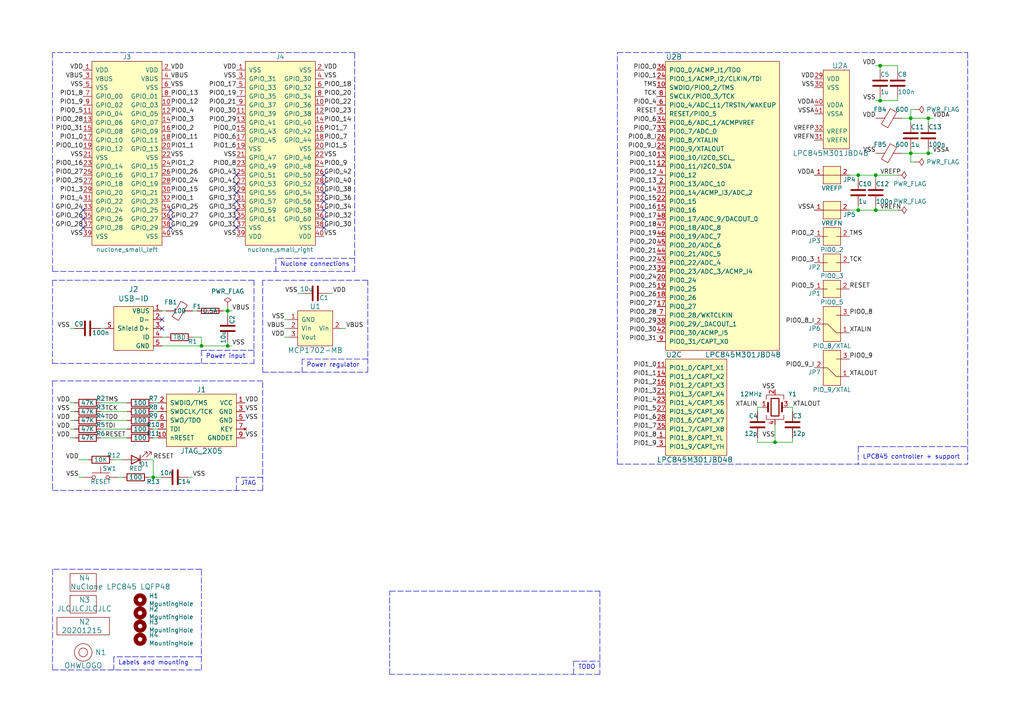
<source format=kicad_sch>
(kicad_sch (version 20211123) (generator eeschema)
  (paper "A4")
  (lib_symbols
    (symbol "Device:C" (pin_numbers hide) (pin_names (offset 0.254))
      (property "Reference" "C" (at 0.635 2.54 0))
      (property "Value" "C" (at 0.635 -2.54 0))
      (symbol "C_0_1"
        (polyline (pts (xy -2.032 -0.762) (xy 2.032 -0.762)) (stroke (width 0.508)))
        (polyline (pts (xy -2.032 0.762) (xy 2.032 0.762)) (stroke (width 0.508)))
      )
      (symbol "C_1_1"
        (pin passive line (at 0 3.81 270) (length 2.794) (name "~") (number "1"))
        (pin passive line (at 0 -3.81 90) (length 2.794) (name "~") (number "2"))
      )
    )
    (symbol "Device:Crystal_GND24" (pin_names (offset 1.016) hide)
      (property "Reference" "Y" (at 3.175 5.08 0))
      (property "Value" "Crystal_GND24" (at 3.175 3.175 0))
      (symbol "Crystal_GND24_0_1"
        (rectangle (start -1.143 2.54) (end 1.143 -2.54) (stroke (width 0.3048)))
        (polyline (pts (xy -2.54 0) (xy -2.032 0)))
        (polyline (pts (xy -2.032 -1.27) (xy -2.032 1.27)) (stroke (width 0.508)))
        (polyline (pts (xy 0 -3.81) (xy 0 -3.556)))
        (polyline (pts (xy 0 3.556) (xy 0 3.81)))
        (polyline (pts (xy 2.032 -1.27) (xy 2.032 1.27)) (stroke (width 0.508)))
        (polyline (pts (xy 2.032 0) (xy 2.54 0)))
        (polyline (pts (xy -2.54 -2.286) (xy -2.54 -3.556) (xy 2.54 -3.556) (xy 2.54 -2.286)))
        (polyline (pts (xy -2.54 2.286) (xy -2.54 3.556) (xy 2.54 3.556) (xy 2.54 2.286)))
      )
      (symbol "Crystal_GND24_1_1"
        (pin passive line (at -3.81 0 0) (length 1.27) (name "1") (number "1"))
        (pin passive line (at 0 5.08 270) (length 1.27) (name "2") (number "2"))
        (pin passive line (at 3.81 0 180) (length 1.27) (name "3") (number "3"))
        (pin passive line (at 0 -5.08 90) (length 1.27) (name "4") (number "4"))
      )
    )
    (symbol "Device:FerriteBead" (pin_numbers hide) (pin_names (offset 0))
      (property "Reference" "FB" (at -3.81 0.635 90))
      (property "Value" "FerriteBead" (at 3.81 0 90))
      (symbol "FerriteBead_0_1"
        (polyline (pts (xy 0 -1.27) (xy 0 -1.2192)))
        (polyline (pts (xy 0 1.27) (xy 0 1.2954)))
        (polyline (pts (xy -2.7686 0.4064) (xy -1.7018 2.2606) (xy 2.7686 -0.3048) (xy 1.6764 -2.159) (xy -2.7686 0.4064)))
      )
      (symbol "FerriteBead_1_1"
        (pin passive line (at 0 3.81 270) (length 2.54) (name "~") (number "1"))
        (pin passive line (at 0 -3.81 90) (length 2.54) (name "~") (number "2"))
      )
    )
    (symbol "Device:Fuse" (pin_numbers hide) (pin_names (offset 0))
      (property "Reference" "F" (at 2.032 0 90))
      (property "Value" "Fuse" (at -1.905 0 90))
      (symbol "Fuse_0_1"
        (rectangle (start -0.762 -2.54) (end 0.762 2.54) (stroke (width 0.254)))
        (polyline (pts (xy 0 2.54) (xy 0 -2.54)))
      )
      (symbol "Fuse_1_1"
        (pin passive line (at 0 3.81 270) (length 1.27) (name "~") (number "1"))
        (pin passive line (at 0 -3.81 90) (length 1.27) (name "~") (number "2"))
      )
    )
    (symbol "Device:LED" (pin_numbers hide) (pin_names (offset 1.016) hide)
      (property "Reference" "D" (at 0 2.54 0))
      (property "Value" "LED" (at 0 -2.54 0))
      (symbol "LED_0_1"
        (polyline (pts (xy -1.27 -1.27) (xy -1.27 1.27)) (stroke (width 0.254)))
        (polyline (pts (xy -1.27 0) (xy 1.27 0)))
        (polyline (pts (xy 1.27 -1.27) (xy 1.27 1.27) (xy -1.27 0) (xy 1.27 -1.27)) (stroke (width 0.254)))
        (polyline (pts (xy -3.048 -0.762) (xy -4.572 -2.286) (xy -3.81 -2.286) (xy -4.572 -2.286) (xy -4.572 -1.524)))
        (polyline (pts (xy -1.778 -0.762) (xy -3.302 -2.286) (xy -2.54 -2.286) (xy -3.302 -2.286) (xy -3.302 -1.524)))
      )
      (symbol "LED_1_1"
        (pin passive line (at -3.81 0 0) (length 2.54) (name "K") (number "1"))
        (pin passive line (at 3.81 0 180) (length 2.54) (name "A") (number "2"))
      )
    )
    (symbol "Device:R" (pin_numbers hide) (pin_names (offset 0))
      (property "Reference" "R" (at 2.032 0 90))
      (property "Value" "R" (at 0 0 90))
      (symbol "R_0_1"
        (rectangle (start -1.016 -2.54) (end 1.016 2.54) (stroke (width 0.254)))
      )
      (symbol "R_1_1"
        (pin passive line (at 0 3.81 270) (length 1.27) (name "~") (number "1"))
        (pin passive line (at 0 -3.81 90) (length 1.27) (name "~") (number "2"))
      )
    )
    (symbol "Mechanical:MountingHole" (pin_names (offset 1.016))
      (property "Reference" "H" (at 0 5.08 0))
      (property "Value" "MountingHole" (at 0 3.175 0))
      (symbol "MountingHole_0_1"
        (circle (center 0 0) (radius 1.27) (stroke (width 1.27)))
      )
    )
    (symbol "SquantorConnectorsNamed:JTAG_2X05_IN" (pin_names (offset 1.016))
      (property "Reference" "J" (at 0 8.89 0))
      (property "Value" "JTAG_2X05_IN" (at 0 -8.89 0))
      (symbol "JTAG_2X05_IN_0_1"
        (rectangle (start -10.16 7.62) (end 10.16 -7.62) (fill (type background)))
      )
      (symbol "JTAG_2X05_IN_1_1"
        (pin power_in line (at 12.7 5.08 180) (length 2.54) (name "VCC") (number "1"))
        (pin open_collector line (at -12.7 -5.08 0) (length 2.54) (name "nRESET") (number "10"))
        (pin bidirectional line (at -12.7 5.08 0) (length 2.54) (name "SWDIO/TMS") (number "2"))
        (pin power_in line (at 12.7 2.54 180) (length 2.54) (name "GND") (number "3"))
        (pin output line (at -12.7 2.54 0) (length 2.54) (name "SWDCLK/TCK") (number "4"))
        (pin power_in line (at 12.7 0 180) (length 2.54) (name "GND") (number "5"))
        (pin output line (at -12.7 0 0) (length 2.54) (name "SWO/TDO") (number "6"))
        (pin no_connect line (at 12.7 -2.54 180) (length 2.54) (name "KEY") (number "7"))
        (pin input line (at -12.7 -2.54 0) (length 2.54) (name "TDI") (number "8"))
        (pin power_in line (at 12.7 -5.08 180) (length 2.54) (name "GNDDET") (number "9"))
      )
    )
    (symbol "SquantorConnectorsNamed:nuclone_medium_left" (pin_names (offset 1.016))
      (property "Reference" "J" (at 0 27.94 0))
      (property "Value" "nuclone_medium_left" (at 0 -27.94 0))
      (symbol "nuclone_medium_left_0_1"
        (rectangle (start -10.16 26.67) (end 10.16 -26.67) (fill (type background)))
      )
      (symbol "nuclone_medium_left_1_1"
        (pin power_in line (at -12.7 24.13 0) (length 2.54) (name "VDD") (number "1"))
        (pin bidirectional line (at 12.7 13.97 180) (length 2.54) (name "GPIO_03") (number "10"))
        (pin bidirectional line (at -12.7 11.43 0) (length 2.54) (name "GPIO_04") (number "11"))
        (pin bidirectional line (at 12.7 11.43 180) (length 2.54) (name "GPIO_05") (number "12"))
        (pin bidirectional line (at -12.7 8.89 0) (length 2.54) (name "GPIO_06") (number "13"))
        (pin bidirectional line (at 12.7 8.89 180) (length 2.54) (name "GPIO_07") (number "14"))
        (pin bidirectional line (at -12.7 6.35 0) (length 2.54) (name "GPIO_08") (number "15"))
        (pin bidirectional line (at 12.7 6.35 180) (length 2.54) (name "GPIO_09") (number "16"))
        (pin bidirectional line (at -12.7 3.81 0) (length 2.54) (name "GPIO_10") (number "17"))
        (pin bidirectional line (at 12.7 3.81 180) (length 2.54) (name "GPIO_11") (number "18"))
        (pin bidirectional line (at -12.7 1.27 0) (length 2.54) (name "GPIO_12") (number "19"))
        (pin power_in line (at 12.7 24.13 180) (length 2.54) (name "VDD") (number "2"))
        (pin bidirectional line (at 12.7 1.27 180) (length 2.54) (name "GPIO_13") (number "20"))
        (pin power_in line (at -12.7 -1.27 0) (length 2.54) (name "VSS") (number "21"))
        (pin power_in line (at 12.7 -1.27 180) (length 2.54) (name "VSS") (number "22"))
        (pin bidirectional line (at -12.7 -3.81 0) (length 2.54) (name "GPIO_14") (number "23"))
        (pin bidirectional line (at 12.7 -3.81 180) (length 2.54) (name "GPIO_15") (number "24"))
        (pin bidirectional line (at -12.7 -6.35 0) (length 2.54) (name "GPIO_16") (number "25"))
        (pin bidirectional line (at 12.7 -6.35 180) (length 2.54) (name "GPIO_17") (number "26"))
        (pin bidirectional line (at -12.7 -8.89 0) (length 2.54) (name "GPIO_18") (number "27"))
        (pin bidirectional line (at 12.7 -8.89 180) (length 2.54) (name "GPIO_19") (number "28"))
        (pin bidirectional line (at -12.7 -11.43 0) (length 2.54) (name "GPIO_20") (number "29"))
        (pin power_in line (at -12.7 21.59 0) (length 2.54) (name "VBUS") (number "3"))
        (pin bidirectional line (at 12.7 -11.43 180) (length 2.54) (name "GPIO_21") (number "30"))
        (pin bidirectional line (at -12.7 -13.97 0) (length 2.54) (name "GPIO_22") (number "31"))
        (pin bidirectional line (at 12.7 -13.97 180) (length 2.54) (name "GPIO_23") (number "32"))
        (pin bidirectional line (at -12.7 -16.51 0) (length 2.54) (name "GPIO_24") (number "33"))
        (pin bidirectional line (at 12.7 -16.51 180) (length 2.54) (name "GPIO_25") (number "34"))
        (pin bidirectional line (at -12.7 -19.05 0) (length 2.54) (name "GPIO_26") (number "35"))
        (pin bidirectional line (at 12.7 -19.05 180) (length 2.54) (name "GPIO_27") (number "36"))
        (pin bidirectional line (at -12.7 -21.59 0) (length 2.54) (name "GPIO_28") (number "37"))
        (pin bidirectional line (at 12.7 -21.59 180) (length 2.54) (name "GPIO_29") (number "38"))
        (pin power_in line (at -12.7 -24.13 0) (length 2.54) (name "VSS") (number "39"))
        (pin power_in line (at 12.7 21.59 180) (length 2.54) (name "VBUS") (number "4"))
        (pin power_in line (at 12.7 -24.13 180) (length 2.54) (name "VSS") (number "40"))
        (pin power_in line (at -12.7 19.05 0) (length 2.54) (name "VSS") (number "5"))
        (pin power_in line (at 12.7 19.05 180) (length 2.54) (name "VSS") (number "6"))
        (pin bidirectional line (at -12.7 16.51 0) (length 2.54) (name "GPIO_00") (number "7"))
        (pin bidirectional line (at 12.7 16.51 180) (length 2.54) (name "GPIO_01") (number "8"))
        (pin bidirectional line (at -12.7 13.97 0) (length 2.54) (name "GPIO_02") (number "9"))
      )
    )
    (symbol "SquantorConnectorsNamed:nuclone_medium_right" (pin_names (offset 1.016))
      (property "Reference" "J" (at 0 27.94 0))
      (property "Value" "nuclone_medium_right" (at 0 -27.94 0))
      (symbol "nuclone_medium_right_0_1"
        (rectangle (start 10.16 -26.67) (end -10.16 26.67) (fill (type background)))
      )
      (symbol "nuclone_medium_right_1_1"
        (pin power_in line (at 12.7 -24.13 180) (length 2.54) (name "VSS") (number "1"))
        (pin bidirectional line (at -12.7 -13.97 0) (length 2.54) (name "GPIO_36") (number "10"))
        (pin bidirectional line (at 12.7 -11.43 180) (length 2.54) (name "GPIO_39") (number "11"))
        (pin bidirectional line (at -12.7 -11.43 0) (length 2.54) (name "GPIO_38") (number "12"))
        (pin bidirectional line (at 12.7 -8.89 180) (length 2.54) (name "GPIO_41") (number "13"))
        (pin bidirectional line (at -12.7 -8.89 0) (length 2.54) (name "GPIO_40") (number "14"))
        (pin bidirectional line (at 12.7 -6.35 180) (length 2.54) (name "GPIO_43") (number "15"))
        (pin bidirectional line (at -12.7 -6.35 0) (length 2.54) (name "GPIO_42") (number "16"))
        (pin bidirectional line (at 12.7 -3.81 180) (length 2.54) (name "GPIO_45") (number "17"))
        (pin bidirectional line (at -12.7 -3.81 0) (length 2.54) (name "GPIO_44") (number "18"))
        (pin power_in line (at 12.7 -1.27 180) (length 2.54) (name "VSS") (number "19"))
        (pin power_in line (at -12.7 -24.13 0) (length 2.54) (name "VSS") (number "2"))
        (pin power_in line (at -12.7 -1.27 0) (length 2.54) (name "VSS") (number "20"))
        (pin bidirectional line (at 12.7 1.27 180) (length 2.54) (name "GPIO_47") (number "21"))
        (pin bidirectional line (at -12.7 1.27 0) (length 2.54) (name "GPIO_46") (number "22"))
        (pin bidirectional line (at 12.7 3.81 180) (length 2.54) (name "GPIO_49") (number "23"))
        (pin bidirectional line (at -12.7 3.81 0) (length 2.54) (name "GPIO_48") (number "24"))
        (pin bidirectional line (at 12.7 6.35 180) (length 2.54) (name "GPIO_51") (number "25"))
        (pin bidirectional line (at -12.7 6.35 0) (length 2.54) (name "GPIO_50") (number "26"))
        (pin bidirectional line (at 12.7 8.89 180) (length 2.54) (name "GPIO_53") (number "27"))
        (pin bidirectional line (at -12.7 8.89 0) (length 2.54) (name "GPIO_52") (number "28"))
        (pin bidirectional line (at 12.7 11.43 180) (length 2.54) (name "GPIO_55") (number "29"))
        (pin bidirectional line (at 12.7 -21.59 180) (length 2.54) (name "GPIO_31") (number "3"))
        (pin bidirectional line (at -12.7 11.43 0) (length 2.54) (name "GPIO_54") (number "30"))
        (pin bidirectional line (at 12.7 13.97 180) (length 2.54) (name "GPIO_57") (number "31"))
        (pin bidirectional line (at -12.7 13.97 0) (length 2.54) (name "GPIO_56") (number "32"))
        (pin bidirectional line (at 12.7 16.51 180) (length 2.54) (name "GPIO_59") (number "33"))
        (pin bidirectional line (at -12.7 16.51 0) (length 2.54) (name "GPIO_58") (number "34"))
        (pin bidirectional line (at 12.7 19.05 180) (length 2.54) (name "GPIO_61") (number "35"))
        (pin bidirectional line (at -12.7 19.05 0) (length 2.54) (name "GPIO_60") (number "36"))
        (pin power_in line (at 12.7 21.59 180) (length 2.54) (name "VSS") (number "37"))
        (pin power_in line (at -12.7 21.59 0) (length 2.54) (name "VSS") (number "38"))
        (pin power_in line (at 12.7 24.13 180) (length 2.54) (name "VDD") (number "39"))
        (pin bidirectional line (at -12.7 -21.59 0) (length 2.54) (name "GPIO_30") (number "4"))
        (pin power_in line (at -12.7 24.13 0) (length 2.54) (name "VDD") (number "40"))
        (pin bidirectional line (at 12.7 -19.05 180) (length 2.54) (name "GPIO_33") (number "5"))
        (pin bidirectional line (at -12.7 -19.05 0) (length 2.54) (name "GPIO_32") (number "6"))
        (pin bidirectional line (at 12.7 -16.51 180) (length 2.54) (name "GPIO_35") (number "7"))
        (pin bidirectional line (at -12.7 -16.51 0) (length 2.54) (name "GPIO_34") (number "8"))
        (pin bidirectional line (at 12.7 -13.97 180) (length 2.54) (name "GPIO_37") (number "9"))
      )
    )
    (symbol "SquantorLabels:Label" (pin_names (offset 1.016))
      (property "Reference" "N" (at 0 1.27 0))
      (property "Value" "Label" (at 0 -1.27 0))
      (symbol "Label_0_1"
        (rectangle (start -3.81 2.54) (end 3.81 -2.54))
      )
    )
    (symbol "SquantorLabels:OHWLOGO" (pin_names (offset 1.016))
      (property "Reference" "N" (at 0 3.81 0))
      (property "Value" "OHWLOGO" (at 0 -3.81 0))
      (symbol "OHWLOGO_0_1"
        (circle (center 0 0) (radius 1.27))
        (circle (center 0 0) (radius 2.54))
      )
    )
    (symbol "SquantorLabels:VYYYYMMDD" (pin_names (offset 1.016))
      (property "Reference" "N" (at 0 2.54 0))
      (property "Value" "VYYYYMMDD" (at 0 0 0))
      (symbol "VYYYYMMDD_0_1"
        (rectangle (start 7.62 -1.27) (end -7.62 3.81))
      )
    )
    (symbol "SquantorMicrochip:MCP1702-MB" (pin_names (offset 1.016))
      (property "Reference" "U" (at 0 6.35 0))
      (property "Value" "MCP1702-MB" (at 0 -6.35 0))
      (symbol "MCP1702-MB_0_1"
        (rectangle (start -5.08 5.08) (end 5.08 -5.08) (fill (type background)))
      )
      (symbol "MCP1702-MB_1_1"
        (pin power_in line (at -7.62 2.54 0) (length 2.54) (name "GND") (number "1"))
        (pin power_in line (at -7.62 0 0) (length 2.54) (name "Vin") (number "2"))
        (pin power_in line (at 7.62 0 180) (length 2.54) (name "Vin") (number "2"))
        (pin power_out line (at -7.62 -2.54 0) (length 2.54) (name "Vout") (number "3"))
      )
    )
    (symbol "SquantorNxp:LPC845M301JBD48" (pin_names (offset 1.016))
      (property "Reference" "U" (at 0 43.18 0))
      (property "Value" "LPC845M301JBD48" (at 0 -43.18 0))
      (symbol "LPC845M301JBD48_1_1"
        (rectangle (start -3.81 11.43) (end 3.81 -11.43) (fill (type background)))
        (pin power_in line (at -6.35 8.89 0) (length 2.54) (name "VDD") (number "29"))
        (pin power_in line (at -6.35 6.35 0) (length 2.54) (name "VSS") (number "30"))
        (pin power_in line (at -6.35 -8.89 0) (length 2.54) (name "VREFN") (number "31"))
        (pin power_in line (at -6.35 -6.35 0) (length 2.54) (name "VREFP") (number "32"))
        (pin power_in line (at -6.35 1.27 0) (length 2.54) (name "VDDA") (number "40"))
        (pin power_in line (at -6.35 -1.27 0) (length 2.54) (name "VSSA") (number "41"))
      )
      (symbol "LPC845M301JBD48_2_1"
        (rectangle (start -15.24 41.91) (end 17.78 -41.91) (fill (type background)))
        (pin bidirectional line (at -17.78 34.29 0) (length 2.54) (name "SWDIO/PIO0_2/TMS") (number "10"))
        (pin bidirectional line (at -17.78 11.43 0) (length 2.54) (name "PIO0_11/I2C0_SDA") (number "12"))
        (pin bidirectional line (at -17.78 13.97 0) (length 2.54) (name "PIO0_10/I2C0_SCL_") (number "13"))
        (pin bidirectional line (at -17.78 -1.27 0) (length 2.54) (name "PIO0_16") (number "15"))
        (pin bidirectional line (at -17.78 -29.21 0) (length 2.54) (name "PIO0_27") (number "17"))
        (pin bidirectional line (at -17.78 -26.67 0) (length 2.54) (name "PIO0_26") (number "18"))
        (pin bidirectional line (at -17.78 -24.13 0) (length 2.54) (name "PIO0_25") (number "19"))
        (pin bidirectional line (at -17.78 6.35 0) (length 2.54) (name "PIO0_13/ADC_10") (number "2"))
        (pin bidirectional line (at -17.78 -21.59 0) (length 2.54) (name "PIO0_24") (number "20"))
        (pin bidirectional line (at -17.78 1.27 0) (length 2.54) (name "PIO0_15") (number "22"))
        (pin bidirectional line (at -17.78 36.83 0) (length 2.54) (name "PIO0_1/ACMP_I2/CLKIN/TDI") (number "24"))
        (pin bidirectional line (at -17.78 16.51 0) (length 2.54) (name "PIO0_9/XTALOUT") (number "25"))
        (pin bidirectional line (at -17.78 19.05 0) (length 2.54) (name "PIO0_8/XTALIN") (number "26"))
        (pin bidirectional line (at -17.78 21.59 0) (length 2.54) (name "PIO0_7/ADC_0") (number "33"))
        (pin bidirectional line (at -17.78 24.13 0) (length 2.54) (name "PIO0_6/ADC_1/ACMPVREF") (number "34"))
        (pin bidirectional line (at -17.78 39.37 0) (length 2.54) (name "PIO0_0/ACMP_I1/TDO") (number "36"))
        (pin bidirectional line (at -17.78 3.81 0) (length 2.54) (name "PIO0_14/ACMP_I3/ADC_2") (number "37"))
        (pin bidirectional line (at -17.78 -34.29 0) (length 2.54) (name "PIO0_29/_DACOUT_1") (number "38"))
        (pin bidirectional line (at -17.78 -19.05 0) (length 2.54) (name "PIO0_23/ADC_3/ACMP_I4") (number "39"))
        (pin bidirectional line (at -17.78 8.89 0) (length 2.54) (name "PIO0_12") (number "4"))
        (pin bidirectional line (at -17.78 -36.83 0) (length 2.54) (name "PIO0_30/ACMP_I5") (number "42"))
        (pin bidirectional line (at -17.78 -16.51 0) (length 2.54) (name "PIO0_22/ADC_4") (number "43"))
        (pin bidirectional line (at -17.78 -13.97 0) (length 2.54) (name "PIO0_21/ADC_5") (number "44"))
        (pin bidirectional line (at -17.78 -11.43 0) (length 2.54) (name "PIO0_20/ADC_6") (number "45"))
        (pin bidirectional line (at -17.78 -8.89 0) (length 2.54) (name "PIO0_19/ADC_7") (number "46"))
        (pin bidirectional line (at -17.78 -6.35 0) (length 2.54) (name "PIO0_18/ADC_8") (number "47"))
        (pin bidirectional line (at -17.78 -3.81 0) (length 2.54) (name "PIO0_17/ADC_9/DACOUT_0") (number "48"))
        (pin bidirectional line (at -17.78 26.67 0) (length 2.54) (name "RESET/PIO0_5") (number "5"))
        (pin bidirectional line (at -17.78 29.21 0) (length 2.54) (name "PIO0_4/ADC_11/TRSTN/WAKEUP") (number "6"))
        (pin bidirectional line (at -17.78 -31.75 0) (length 2.54) (name "PIO0_28/WKTCLKIN") (number "7"))
        (pin bidirectional line (at -17.78 31.75 0) (length 2.54) (name "SWCLK/PIO0_3/TCK") (number "8"))
        (pin bidirectional line (at -17.78 -39.37 0) (length 2.54) (name "PIO0_31/CAPT_X0") (number "9"))
      )
      (symbol "LPC845M301JBD48_3_1"
        (rectangle (start -8.89 13.97) (end 8.89 -13.97) (fill (type background)))
        (pin bidirectional line (at -11.43 -8.89 0) (length 2.54) (name "PIO1_8/CAPT_YL") (number "1"))
        (pin bidirectional line (at -11.43 11.43 0) (length 2.54) (name "PIO1_0/CAPT_X1") (number "11"))
        (pin bidirectional line (at -11.43 8.89 0) (length 2.54) (name "PIO1_1/CAPT_X2") (number "14"))
        (pin bidirectional line (at -11.43 6.35 0) (length 2.54) (name "PIO1_2/CAPT_X3") (number "16"))
        (pin bidirectional line (at -11.43 3.81 0) (length 2.54) (name "PIO1_3/CAPT_X4") (number "21"))
        (pin bidirectional line (at -11.43 1.27 0) (length 2.54) (name "PIO1_4/CAPT_X5") (number "23"))
        (pin bidirectional line (at -11.43 -1.27 0) (length 2.54) (name "PIO1_5/CAPT_X6") (number "27"))
        (pin bidirectional line (at -11.43 -3.81 0) (length 2.54) (name "PIO1_6/CAPT_X7") (number "28"))
        (pin bidirectional line (at -11.43 -11.43 0) (length 2.54) (name "PIO1_9/CAPT_YH") (number "3"))
        (pin bidirectional line (at -11.43 -6.35 0) (length 2.54) (name "PIO1_7/CAPT_X8") (number "35"))
      )
    )
    (symbol "SquantorSpecial:Solderjumper_2way_12conn" (pin_names (offset 1.016))
      (property "Reference" "JP" (at 0 3.81 0))
      (property "Value" "Solderjumper_2way_12conn" (at 0 -3.81 0))
      (symbol "Solderjumper_2way_12conn_0_1"
        (rectangle (start -2.54 2.54) (end 2.54 -2.54) (fill (type background)))
        (polyline (pts (xy -2.54 0) (xy -1.27 0)))
        (polyline (pts (xy -1.27 0) (xy 1.27 0)))
        (polyline (pts (xy 2.54 0) (xy 1.27 0)))
      )
      (symbol "Solderjumper_2way_12conn_1_1"
        (pin passive line (at -5.08 0 0) (length 2.54) (name "~") (number "1"))
        (pin passive line (at 5.08 0 180) (length 2.54) (name "~") (number "2"))
      )
    )
    (symbol "SquantorSpecial:Solderjumper_2way_noconn" (pin_names (offset 1.016))
      (property "Reference" "JP" (at 0 3.81 0))
      (property "Value" "Solderjumper_2way_noconn" (at 0 -3.81 0))
      (symbol "Solderjumper_2way_noconn_0_1"
        (rectangle (start -2.54 2.54) (end 2.54 -2.54) (fill (type background)))
        (polyline (pts (xy -2.54 0) (xy -1.27 0)))
        (polyline (pts (xy 2.54 0) (xy 1.27 0)))
      )
      (symbol "Solderjumper_2way_noconn_1_1"
        (pin passive line (at -5.08 0 0) (length 2.54) (name "~") (number "1"))
        (pin passive line (at 5.08 0 180) (length 2.54) (name "~") (number "2"))
      )
    )
    (symbol "SquantorSpecial:Solderjumper_3way_12conn" (pin_names (offset 1.016))
      (property "Reference" "JP" (at 0 6.35 0))
      (property "Value" "Solderjumper_3way_12conn" (at 0 -6.35 0))
      (symbol "Solderjumper_3way_12conn_0_1"
        (rectangle (start -2.54 5.08) (end 2.54 -5.08) (fill (type background)))
        (polyline (pts (xy -2.54 -2.54) (xy -1.27 -2.54)))
        (polyline (pts (xy -2.54 2.54) (xy -1.27 2.54)))
        (polyline (pts (xy -1.27 2.54) (xy 1.27 0)))
        (polyline (pts (xy 2.54 0) (xy 1.27 0)))
      )
      (symbol "Solderjumper_3way_12conn_1_1"
        (pin passive line (at -5.08 2.54 0) (length 2.54) (name "~") (number "1"))
        (pin passive line (at 5.08 0 180) (length 2.54) (name "~") (number "2"))
        (pin passive line (at -5.08 -2.54 0) (length 2.54) (name "~") (number "3"))
      )
    )
    (symbol "SquantorUsb:USB-ID" (pin_names (offset 1.016))
      (property "Reference" "J" (at 0 7.62 0))
      (property "Value" "USB-ID" (at 0 -7.62 0))
      (symbol "USB-ID_0_1"
        (rectangle (start -5.08 6.35) (end 6.35 -6.35) (fill (type background)))
      )
      (symbol "USB-ID_1_1"
        (pin power_out line (at 8.89 5.08 180) (length 2.54) (name "VBUS") (number "1"))
        (pin bidirectional line (at 8.89 2.54 180) (length 2.54) (name "D-") (number "2"))
        (pin bidirectional line (at 8.89 0 180) (length 2.54) (name "D+") (number "3"))
        (pin bidirectional line (at 8.89 -2.54 180) (length 2.54) (name "ID") (number "4"))
        (pin power_out line (at 8.89 -5.08 180) (length 2.54) (name "GND") (number "5"))
        (pin passive line (at -7.62 0 0) (length 2.54) (name "Shield") (number "S"))
      )
    )
    (symbol "Switch:SW_Push" (pin_numbers hide) (pin_names (offset 1.016) hide)
      (property "Reference" "SW" (at 1.27 2.54 0))
      (property "Value" "SW_Push" (at 0 -1.524 0))
      (symbol "SW_Push_0_1"
        (circle (center -2.032 0) (radius 0.508))
        (polyline (pts (xy 0 1.27) (xy 0 3.048)))
        (polyline (pts (xy 2.54 1.27) (xy -2.54 1.27)))
        (circle (center 2.032 0) (radius 0.508))
        (pin passive line (at -5.08 0 0) (length 2.54) (name "1") (number "1"))
        (pin passive line (at 5.08 0 180) (length 2.54) (name "2") (number "2"))
      )
    )
    (symbol "power:PWR_FLAG" (power) (pin_numbers hide) (pin_names (offset 0) hide)
      (property "Value" "PWR_FLAG" (at 0 3.81 0))
      (symbol "PWR_FLAG_0_0"
        (pin power_out line (at 0 0 90) (length 0) (name "pwr") (number "1"))
      )
      (symbol "PWR_FLAG_0_1"
        (polyline (pts (xy 0 0) (xy 0 1.27) (xy -1.016 1.905) (xy 0 2.54) (xy 1.016 1.905) (xy 0 1.27)))
      )
    )
  )
  (junction (at 66.04 100.33))
  (junction (at 255.27 29.21))
  (junction (at 254 60.96))
  (junction (at 264.16 34.29))
  (junction (at 66.04 90.17))
  (junction (at 44.45 138.43))
  (junction (at 224.79 128.27))
  (junction (at 269.24 34.29))
  (junction (at 269.24 44.45))
  (junction (at 254 50.8))
  (junction (at 248.92 50.8))
  (junction (at 255.27 19.05))
  (junction (at 264.16 44.45))
  (junction (at 248.92 60.96))
  (junction (at 58.42 100.33))
  (no_connect (at 68.58 63.5))
  (no_connect (at 24.13 66.04))
  (no_connect (at 68.58 66.04))
  (no_connect (at 93.98 66.04))
  (no_connect (at 24.13 60.96))
  (no_connect (at 24.13 63.5))
  (no_connect (at 93.98 53.34))
  (no_connect (at 68.58 53.34))
  (no_connect (at 49.53 60.96))
  (no_connect (at 49.53 66.04))
  (no_connect (at 68.58 58.42))
  (no_connect (at 46.99 92.71))
  (no_connect (at 93.98 58.42))
  (no_connect (at 93.98 55.88))
  (no_connect (at 93.98 50.8))
  (no_connect (at 93.98 60.96))
  (no_connect (at 68.58 55.88))
  (no_connect (at 93.98 63.5))
  (no_connect (at 49.53 63.5))
  (no_connect (at 68.58 50.8))
  (no_connect (at 46.99 95.25))
  (no_connect (at 68.58 60.96))
  (polyline (pts (xy 58.42 101.6) (xy 58.42 105.41)))
  (wire (pts (xy 82.55 97.79) (xy 83.82 97.79)))
  (polyline (pts (xy 15.24 15.24) (xy 15.24 78.74)))
  (wire (pts (xy 254 19.05) (xy 255.27 19.05)))
  (polyline (pts (xy 179.07 15.24) (xy 280.67 15.24)))
  (polyline (pts (xy 73.66 81.28) (xy 15.24 81.28)))
  (wire (pts (xy 46.99 138.43) (xy 44.45 138.43)))
  (wire (pts (xy 246.38 60.96) (xy 248.92 60.96)))
  (wire (pts (xy 66.04 91.44) (xy 66.04 90.17)))
  (wire (pts (xy 246.38 50.8) (xy 248.92 50.8)))
  (wire (pts (xy 33.02 133.35) (xy 35.56 133.35)))
  (wire (pts (xy 29.21 119.38) (xy 36.83 119.38)))
  (wire (pts (xy 260.35 20.32) (xy 260.35 19.05)))
  (wire (pts (xy 261.62 34.29) (xy 264.16 34.29)))
  (wire (pts (xy 44.45 116.84) (xy 45.72 116.84)))
  (polyline (pts (xy 15.24 165.1) (xy 15.24 194.31)))
  (wire (pts (xy 55.88 90.17) (xy 57.15 90.17)))
  (wire (pts (xy 264.16 44.45) (xy 269.24 44.45)))
  (wire (pts (xy 66.04 100.33) (xy 67.31 100.33)))
  (polyline (pts (xy 58.42 194.31) (xy 58.42 165.1)))
  (wire (pts (xy 20.32 121.92) (xy 21.59 121.92)))
  (polyline (pts (xy 80.01 74.93) (xy 80.01 78.74)))
  (wire (pts (xy 254 29.21) (xy 255.27 29.21)))
  (wire (pts (xy 270.51 44.45) (xy 269.24 44.45)))
  (wire (pts (xy 264.16 46.99) (xy 264.16 44.45)))
  (polyline (pts (xy 73.66 101.6) (xy 58.42 101.6)))
  (polyline (pts (xy 76.2 142.24) (xy 76.2 110.49)))
  (wire (pts (xy 44.45 121.92) (xy 45.72 121.92)))
  (polyline (pts (xy 280.67 15.24) (xy 280.67 134.62)))
  (wire (pts (xy 254 60.96) (xy 254 59.69)))
  (wire (pts (xy 265.43 46.99) (xy 264.16 46.99)))
  (wire (pts (xy 260.35 27.94) (xy 260.35 29.21)))
  (wire (pts (xy 224.79 123.19) (xy 224.79 128.27)))
  (wire (pts (xy 21.59 124.46) (xy 20.32 124.46)))
  (wire (pts (xy 46.99 90.17) (xy 48.26 90.17)))
  (polyline (pts (xy 76.2 110.49) (xy 15.24 110.49)))
  (wire (pts (xy 55.88 97.79) (xy 58.42 97.79)))
  (polyline (pts (xy 58.42 190.5) (xy 33.02 190.5)))
  (wire (pts (xy 265.43 31.75) (xy 264.16 31.75)))
  (wire (pts (xy 82.55 92.71) (xy 83.82 92.71)))
  (wire (pts (xy 20.32 116.84) (xy 21.59 116.84)))
  (polyline (pts (xy 68.58 138.43) (xy 68.58 142.24)))
  (polyline (pts (xy 173.99 171.45) (xy 173.99 195.58)))
  (polyline (pts (xy 15.24 81.28) (xy 15.24 105.41)))
  (polyline (pts (xy 179.07 134.62) (xy 179.07 15.24)))
  (polyline (pts (xy 179.07 134.62) (xy 280.67 134.62)))
  (wire (pts (xy 66.04 99.06) (xy 66.04 100.33)))
  (wire (pts (xy 229.87 127) (xy 229.87 128.27)))
  (wire (pts (xy 264.16 35.56) (xy 264.16 34.29)))
  (wire (pts (xy 229.87 128.27) (xy 224.79 128.27)))
  (wire (pts (xy 29.21 95.25) (xy 30.48 95.25)))
  (polyline (pts (xy 87.63 104.14) (xy 87.63 107.95)))
  (polyline (pts (xy 76.2 107.95) (xy 106.68 107.95)))
  (polyline (pts (xy 15.24 142.24) (xy 76.2 142.24)))
  (wire (pts (xy 228.6 118.11) (xy 229.87 118.11)))
  (wire (pts (xy 261.62 44.45) (xy 264.16 44.45)))
  (wire (pts (xy 46.99 100.33) (xy 58.42 100.33)))
  (wire (pts (xy 100.33 95.25) (xy 99.06 95.25)))
  (wire (pts (xy 58.42 100.33) (xy 66.04 100.33)))
  (polyline (pts (xy 102.87 74.93) (xy 80.01 74.93)))
  (wire (pts (xy 22.86 133.35) (xy 25.4 133.35)))
  (wire (pts (xy 29.21 127) (xy 36.83 127)))
  (wire (pts (xy 45.72 127) (xy 44.45 127)))
  (polyline (pts (xy 15.24 110.49) (xy 15.24 142.24)))
  (wire (pts (xy 34.29 138.43) (xy 35.56 138.43)))
  (polyline (pts (xy 58.42 165.1) (xy 15.24 165.1)))
  (polyline (pts (xy 33.02 190.5) (xy 33.02 194.31)))
  (wire (pts (xy 29.21 116.84) (xy 36.83 116.84)))
  (wire (pts (xy 255.27 20.32) (xy 255.27 19.05)))
  (wire (pts (xy 95.25 85.09) (xy 96.52 85.09)))
  (wire (pts (xy 44.45 119.38) (xy 45.72 119.38)))
  (polyline (pts (xy 248.92 129.54) (xy 248.92 134.62)))
  (polyline (pts (xy 76.2 138.43) (xy 68.58 138.43)))
  (wire (pts (xy 219.71 118.11) (xy 220.98 118.11)))
  (polyline (pts (xy 102.87 78.74) (xy 102.87 15.24)))
  (polyline (pts (xy 15.24 194.31) (xy 58.42 194.31)))
  (wire (pts (xy 29.21 121.92) (xy 36.83 121.92)))
  (wire (pts (xy 29.21 124.46) (xy 36.83 124.46)))
  (wire (pts (xy 254 50.8) (xy 260.35 50.8)))
  (wire (pts (xy 86.36 85.09) (xy 87.63 85.09)))
  (wire (pts (xy 43.18 133.35) (xy 44.45 133.35)))
  (polyline (pts (xy 106.68 107.95) (xy 106.68 81.28)))
  (wire (pts (xy 264.16 43.18) (xy 264.16 44.45)))
  (polyline (pts (xy 248.92 129.54) (xy 280.67 129.54)))
  (polyline (pts (xy 76.2 81.28) (xy 76.2 107.95)))
  (wire (pts (xy 255.27 27.94) (xy 255.27 29.21)))
  (wire (pts (xy 269.24 34.29) (xy 270.51 34.29)))
  (polyline (pts (xy 166.37 195.58) (xy 166.37 191.77)))
  (wire (pts (xy 20.32 95.25) (xy 21.59 95.25)))
  (wire (pts (xy 254 50.8) (xy 254 52.07)))
  (wire (pts (xy 45.72 124.46) (xy 44.45 124.46)))
  (wire (pts (xy 224.79 128.27) (xy 219.71 128.27)))
  (wire (pts (xy 66.04 90.17) (xy 64.77 90.17)))
  (polyline (pts (xy 106.68 104.14) (xy 87.63 104.14)))
  (polyline (pts (xy 113.03 195.58) (xy 113.03 171.45)))
  (wire (pts (xy 58.42 97.79) (xy 58.42 100.33)))
  (polyline (pts (xy 102.87 15.24) (xy 15.24 15.24)))
  (wire (pts (xy 20.32 127) (xy 21.59 127)))
  (wire (pts (xy 248.92 60.96) (xy 254 60.96)))
  (polyline (pts (xy 106.68 81.28) (xy 76.2 81.28)))
  (wire (pts (xy 21.59 119.38) (xy 20.32 119.38)))
  (wire (pts (xy 264.16 34.29) (xy 269.24 34.29)))
  (wire (pts (xy 264.16 31.75) (xy 264.16 34.29)))
  (polyline (pts (xy 15.24 78.74) (xy 102.87 78.74)))
  (wire (pts (xy 83.82 95.25) (xy 82.55 95.25)))
  (wire (pts (xy 255.27 19.05) (xy 260.35 19.05)))
  (polyline (pts (xy 166.37 191.77) (xy 173.99 191.77)))
  (wire (pts (xy 219.71 128.27) (xy 219.71 127)))
  (wire (pts (xy 269.24 44.45) (xy 269.24 43.18)))
  (wire (pts (xy 269.24 34.29) (xy 269.24 35.56)))
  (wire (pts (xy 254 60.96) (xy 260.35 60.96)))
  (wire (pts (xy 248.92 59.69) (xy 248.92 60.96)))
  (polyline (pts (xy 15.24 105.41) (xy 73.66 105.41)))
  (wire (pts (xy 229.87 118.11) (xy 229.87 119.38)))
  (wire (pts (xy 248.92 52.07) (xy 248.92 50.8)))
  (wire (pts (xy 24.13 138.43) (xy 22.86 138.43)))
  (wire (pts (xy 248.92 50.8) (xy 254 50.8)))
  (wire (pts (xy 67.31 90.17) (xy 66.04 90.17)))
  (polyline (pts (xy 173.99 195.58) (xy 113.03 195.58)))
  (wire (pts (xy 44.45 133.35) (xy 44.45 138.43)))
  (wire (pts (xy 43.18 138.43) (xy 44.45 138.43)))
  (wire (pts (xy 46.99 97.79) (xy 48.26 97.79)))
  (polyline (pts (xy 113.03 171.45) (xy 173.99 171.45)))
  (wire (pts (xy 219.71 118.11) (xy 219.71 119.38)))
  (polyline (pts (xy 73.66 81.28) (xy 73.66 105.41)))
  (wire (pts (xy 55.88 138.43) (xy 54.61 138.43)))
  (wire (pts (xy 66.04 90.17) (xy 66.04 88.9)))
  (wire (pts (xy 255.27 29.21) (xy 260.35 29.21)))
  (text "Nuclone connections" (at 81.28 77.47 0) (effects (font (size 1.27 1.27)) (justify left bottom)))
  (text "JTAG" (at 69.85 140.97 0) (effects (font (size 1.27 1.27)) (justify left bottom)))
  (text "LPC845 controller + support" (at 250.19 133.35 0) (effects (font (size 1.27 1.27)) (justify left bottom)))
  (text "Power input" (at 59.69 104.14 0) (effects (font (size 1.27 1.27)) (justify left bottom)))
  (text "Labels and mounting" (at 34.29 193.04 0) (effects (font (size 1.27 1.27)) (justify left bottom)))
  (text "TODO" (at 167.64 194.31 0) (effects (font (size 1.27 1.27)) (justify left bottom)))
  (text "Power regulator" (at 88.9 106.68 0) (effects (font (size 1.27 1.27)) (justify left bottom)))
  (label "PIO1_5" (at 93.98 43.18 0))
  (label "PIO1_9" (at 24.13 30.48 180))
  (label "PIO0_9" (at 93.98 48.26 0))
  (label "TMS" (at 190.5 25.4 180))
  (label "PIO1_4" (at 24.13 58.42 180))
  (label "VDD" (at 71.12 116.84 0))
  (label "VSS" (at 93.98 45.72 0))
  (label "PIO0_17" (at 190.5 63.5 180))
  (label "PIO0_2" (at 236.22 68.58 180))
  (label "PIO0_6" (at 190.5 35.56 180))
  (label "VSS" (at 71.12 121.92 0))
  (label "VBUS" (at 67.31 90.17 0))
  (label "PIO0_21" (at 190.5 73.66 180))
  (label "VBUS" (at 49.53 22.86 0))
  (label "PIO0_16" (at 190.5 60.96 180))
  (label "PIO0_19" (at 68.58 27.94 180))
  (label "PIO0_25" (at 24.13 53.34 180))
  (label "PIO1_8" (at 190.5 127 180))
  (label "VSS" (at 24.13 45.72 180))
  (label "PIO0_11" (at 190.5 48.26 180))
  (label "VSS" (at 93.98 68.58 0))
  (label "VDD" (at 20.32 121.92 180))
  (label "PIO0_23" (at 190.5 78.74 180))
  (label "VDD" (at 254 34.29 180))
  (label "XTALOUT" (at 229.87 118.11 0))
  (label "GPIO_40" (at 93.98 53.34 0))
  (label "PIO1_6" (at 68.58 43.18 180))
  (label "PIO0_28" (at 190.5 91.44 180))
  (label "RESET" (at 44.45 133.35 0))
  (label "VSS" (at 224.79 113.03 180))
  (label "PIO1_2" (at 49.53 48.26 0))
  (label "GPIO_33" (at 68.58 63.5 180))
  (label "VDDA" (at 236.22 50.8 180))
  (label "VREFN" (at 255.27 60.96 0))
  (label "GPIO_38" (at 93.98 55.88 0))
  (label "TCK" (at 246.38 76.2 0))
  (label "PIO1_4" (at 190.5 116.84 180))
  (label "PIO1_6" (at 190.5 121.92 180))
  (label "PIO0_5" (at 24.13 33.02 180))
  (label "PIO1_8" (at 24.13 27.94 180))
  (label "VDD" (at 254 19.05 180))
  (label "PIO0_15" (at 190.5 58.42 180))
  (label "PIO0_15" (at 49.53 55.88 0))
  (label "GPIO_29" (at 49.53 66.04 0))
  (label "VDD" (at 24.13 20.32 180))
  (label "PIO0_30" (at 68.58 33.02 180))
  (label "PIO0_21" (at 68.58 30.48 180))
  (label "GPIO_24" (at 24.13 60.96 180))
  (label "VSS" (at 20.32 119.38 180))
  (label "PIO0_24" (at 190.5 81.28 180))
  (label "PIO0_6" (at 68.58 40.64 180))
  (label "PIO0_23" (at 93.98 33.02 0))
  (label "XTALIN" (at 219.71 118.11 180))
  (label "GPIO_25" (at 49.53 60.96 0))
  (label "TMS" (at 246.38 68.58 0))
  (label "GPIO_42" (at 93.98 50.8 0))
  (label "GPIO_34" (at 93.98 60.96 0))
  (label "TCK" (at 190.5 27.94 180))
  (label "TDO" (at 30.48 121.92 0))
  (label "VSS" (at 224.79 127 180))
  (label "PIO1_7" (at 93.98 38.1 0))
  (label "PIO0_3" (at 49.53 35.56 0))
  (label "GPIO_36" (at 93.98 58.42 0))
  (label "GPIO_35" (at 68.58 60.96 180))
  (label "VDD" (at 236.22 22.86 180))
  (label "VSS" (at 68.58 22.86 180))
  (label "PIO0_2" (at 49.53 38.1 0))
  (label "VSS" (at 82.55 92.71 180))
  (label "PIO0_8" (at 246.38 91.44 0))
  (label "PIO0_12" (at 49.53 30.48 0))
  (label "VSS" (at 86.36 85.09 180))
  (label "PIO0_26" (at 49.53 50.8 0))
  (label "PIO0_4" (at 190.5 30.48 180))
  (label "PIO0_27" (at 190.5 88.9 180))
  (label "GPIO_26" (at 24.13 63.5 180))
  (label "PIO0_24" (at 49.53 53.34 0))
  (label "VDD" (at 20.32 124.46 180))
  (label "GPIO_31" (at 68.58 66.04 180))
  (label "PIO0_1" (at 190.5 22.86 180))
  (label "VDD" (at 68.58 20.32 180))
  (label "VDDA" (at 236.22 30.48 180))
  (label "TDI" (at 30.48 124.46 0))
  (label "PIO0_18" (at 190.5 66.04 180))
  (label "VSS" (at 49.53 45.72 0))
  (label "VSS" (at 49.53 25.4 0))
  (label "VREFP" (at 236.22 38.1 180))
  (label "VSS" (at 49.53 68.58 0))
  (label "GPIO_37" (at 68.58 58.42 180))
  (label "PIO1_7" (at 190.5 124.46 180))
  (label "PIO1_1" (at 190.5 109.22 180))
  (label "PIO0_31" (at 190.5 99.06 180))
  (label "PIO0_3" (at 236.22 76.2 180))
  (label "VREFP" (at 255.27 50.8 0))
  (label "VDD" (at 20.32 116.84 180))
  (label "XTALOUT" (at 246.38 109.22 0))
  (label "PIO1_3" (at 24.13 55.88 180))
  (label "XTALIN" (at 246.38 96.52 0))
  (label "PIO0_29" (at 68.58 35.56 180))
  (label "PIO0_7" (at 190.5 38.1 180))
  (label "PIO0_18" (at 93.98 25.4 0))
  (label "PIO0_16" (at 24.13 48.26 180))
  (label "TCK" (at 30.48 119.38 0))
  (label "VSS" (at 93.98 22.86 0))
  (label "VDD" (at 82.55 97.79 180))
  (label "PIO0_29" (at 190.5 93.98 180))
  (label "RESET" (at 30.48 127 0))
  (label "PIO0_9_I" (at 190.5 43.18 180))
  (label "VDD" (at 22.86 133.35 180))
  (label "GPIO_41" (at 68.58 53.34 180))
  (label "VSSA" (at 270.51 44.45 0))
  (label "PIO1_2" (at 190.5 111.76 180))
  (label "PIO0_14" (at 93.98 35.56 0))
  (label "PIO0_5" (at 236.22 83.82 180))
  (label "PIO0_10" (at 24.13 43.18 180))
  (label "PIO0_17" (at 68.58 25.4 180))
  (label "VSS" (at 71.12 127 0))
  (label "PIO0_22" (at 93.98 30.48 0))
  (label "VSS" (at 71.12 119.38 0))
  (label "VDD" (at 96.52 85.09 0))
  (label "PIO0_25" (at 190.5 83.82 180))
  (label "PIO0_7" (at 93.98 40.64 0))
  (label "GPIO_39" (at 68.58 55.88 180))
  (label "VSS" (at 24.13 68.58 180))
  (label "PIO0_11" (at 49.53 40.64 0))
  (label "VDD" (at 93.98 20.32 0))
  (label "VSS" (at 236.22 25.4 180))
  (label "PIO0_14" (at 190.5 55.88 180))
  (label "PIO1_5" (at 190.5 119.38 180))
  (label "VDD" (at 49.53 20.32 0))
  (label "VSS" (at 24.13 25.4 180))
  (label "PIO0_8" (at 68.58 48.26 180))
  (label "GPIO_32" (at 93.98 63.5 0))
  (label "PIO0_13" (at 190.5 53.34 180))
  (label "PIO0_4" (at 49.53 33.02 0))
  (label "PIO0_8_I" (at 236.22 93.98 180))
  (label "PIO0_9_I" (at 236.22 106.68 180))
  (label "PIO0_10" (at 190.5 45.72 180))
  (label "PIO0_1" (at 49.53 58.42 0))
  (label "PIO0_0" (at 190.5 20.32 180))
  (label "PIO0_26" (at 190.5 86.36 180))
  (label "RESET" (at 246.38 83.82 0))
  (label "PIO0_20" (at 93.98 27.94 0))
  (label "TMS" (at 30.48 116.84 0))
  (label "VSS" (at 22.86 138.43 180))
  (label "PIO0_30" (at 190.5 96.52 180))
  (label "PIO0_20" (at 190.5 71.12 180))
  (label "GPIO_30" (at 93.98 66.04 0))
  (label "PIO0_9" (at 246.38 104.14 0))
  (label "PIO1_0" (at 24.13 40.64 180))
  (label "VDDA" (at 270.51 34.29 0))
  (label "RESET" (at 190.5 33.02 180))
  (label "VSS" (at 20.32 95.25 180))
  (label "VBUS" (at 82.55 95.25 180))
  (label "VSS" (at 68.58 45.72 180))
  (label "PIO0_19" (at 190.5 68.58 180))
  (label "VBUS" (at 100.33 95.25 0))
  (label "VREFN" (at 236.22 40.64 180))
  (label "PIO1_0" (at 190.5 106.68 180))
  (label "VSS" (at 254 29.21 180))
  (label "PIO1_9" (at 190.5 129.54 180))
  (label "GPIO_43" (at 68.58 50.8 180))
  (label "PIO0_31" (at 24.13 38.1 180))
  (label "GPIO_28" (at 24.13 66.04 180))
  (label "VSSA" (at 236.22 33.02 180))
  (label "PIO0_0" (at 68.58 38.1 180))
  (label "PIO0_12" (at 190.5 50.8 180))
  (label "PIO1_1" (at 49.53 43.18 0))
  (label "VBUS" (at 24.13 22.86 180))
  (label "VDD" (at 20.32 127 180))
  (label "VSSA" (at 236.22 60.96 180))
  (label "VSS" (at 254 44.45 180))
  (label "VSS" (at 67.31 100.33 0))
  (label "GPIO_27" (at 49.53 63.5 0))
  (label "VSS" (at 55.88 138.43 0))
  (label "PIO0_8_I" (at 190.5 40.64 180))
  (label "VSS" (at 68.58 68.58 180))
  (label "PIO1_3" (at 190.5 114.3 180))
  (label "PIO0_28" (at 24.13 35.56 180))
  (label "PIO0_13" (at 49.53 27.94 0))
  (label "PIO0_27" (at 24.13 50.8 180))
  (label "PIO0_22" (at 190.5 76.2 180))
  (symbol (lib_id "SquantorLabels:OHWLOGO") (at 24.13 189.23 0) (unit 1)
    (property "Reference" "N1" (at 29.21 189.23 0) (effects (font (size 1.524 1.524))))
    (property "Value" "OHWLOGO" (at 24.13 193.04 0) (effects (font (size 1.524 1.524))))
    (property "Footprint" "Symbols:OSHW-Symbol_6.7x6mm_SilkScreen" (effects hide))
  )
  (symbol (lib_id "SquantorConnectorsNamed:JTAG_2X05_IN") (at 58.42 121.92 0) (unit 1)
    (property "Reference" "J1" (at 58.42 113.03 0) (effects (font (size 1.524 1.524))))
    (property "Value" "JTAG_2X05" (at 58.42 130.81 0) (effects (font (size 1.524 1.524))))
    (property "Footprint" "SquantorConnectors:Header-0127-2X05-H006" (effects hide))
  )
  (symbol (lib_id "Device:FerriteBead") (at 52.07 90.17 270) (unit 1)
    (property "Reference" "FB1" (at 49.53 87.63 90))
    (property "Value" "100" (at 52.07 90.17 90))
    (property "Footprint" "SquantorRcl:L_0603" (effects hide))
  )
  (symbol (lib_id "Device:Fuse") (at 60.96 90.17 270) (unit 1)
    (property "Reference" "F1" (at 57.15 88.9 90))
    (property "Value" "0.5A" (at 60.96 90.17 90))
    (property "Footprint" "SquantorRcl:F_0603_hand" (effects hide))
  )
  (symbol (lib_id "Device:C") (at 66.04 95.25 180) (unit 1)
    (property "Reference" "C2" (at 67.31 92.71 90))
    (property "Value" "10u" (at 64.77 97.79 90))
    (property "Footprint" "SquantorRcl:C_0603" (effects hide))
  )
  (symbol (lib_id "power:PWR_FLAG") (at 66.04 88.9 0) (unit 1)
    (property "Reference" "#FLG01" (effects hide))
    (property "Value" "PWR_FLAG" (at 66.04 84.5058 0))
  )
  (symbol (lib_id "Mechanical:MountingHole") (at 40.64 185.42 0) (unit 1)
    (property "Reference" "H4" (at 43.18 184.2516 0) (effects (justify left)))
    (property "Value" "MountingHole" (at 43.18 186.563 0) (effects (justify left)))
    (property "Footprint" "MountingHole:MountingHole_3.2mm_M3_Pad_Via" (effects hide))
  )
  (symbol (lib_id "Mechanical:MountingHole") (at 40.64 181.61 0) (unit 1)
    (property "Reference" "H3" (at 43.18 180.4416 0) (effects (justify left)))
    (property "Value" "MountingHole" (at 43.18 182.753 0) (effects (justify left)))
    (property "Footprint" "MountingHole:MountingHole_3.2mm_M3_Pad_Via" (effects hide))
  )
  (symbol (lib_id "Mechanical:MountingHole") (at 40.64 177.8 0) (unit 1)
    (property "Reference" "H2" (at 43.18 176.6316 0) (effects (justify left)))
    (property "Value" "MountingHole" (at 43.18 178.943 0) (effects (justify left)))
    (property "Footprint" "MountingHole:MountingHole_3.2mm_M3_Pad_Via" (effects hide))
  )
  (symbol (lib_id "Mechanical:MountingHole") (at 40.64 173.99 0) (unit 1)
    (property "Reference" "H1" (at 43.18 172.8216 0) (effects (justify left)))
    (property "Value" "MountingHole" (at 43.18 175.133 0) (effects (justify left)))
    (property "Footprint" "MountingHole:MountingHole_3.2mm_M3_Pad_Via" (effects hide))
  )
  (symbol (lib_id "SquantorLabels:VYYYYMMDD") (at 24.13 182.88 0) (unit 1)
    (property "Reference" "N2" (at 22.86 180.34 0) (effects (font (size 1.524 1.524)) (justify left)))
    (property "Value" "20201215" (at 17.78 182.88 0) (effects (font (size 1.524 1.524)) (justify left)))
    (property "Footprint" "SquantorLabels:Label_version" (effects hide))
  )
  (symbol (lib_id "SquantorMicrochip:MCP1702-MB") (at 91.44 95.25 0) (unit 1)
    (property "Reference" "U1" (at 91.44 88.9 0) (effects (font (size 1.524 1.524))))
    (property "Value" "MCP1702-MB" (at 91.44 101.6 0) (effects (font (size 1.524 1.524))))
    (property "Footprint" "SquantorIC:SOT89-SOT23-Dual-NXP" (effects hide))
  )
  (symbol (lib_id "Device:C") (at 91.44 85.09 270) (unit 1)
    (property "Reference" "C1" (at 93.98 86.36 90))
    (property "Value" "10u" (at 88.9 83.82 90))
    (property "Footprint" "SquantorRcl:C_0603" (effects hide))
  )
  (symbol (lib_id "SquantorConnectorsNamed:nuclone_medium_left") (at 36.83 44.45 0) (unit 1)
    (property "Reference" "J3" (at 36.83 16.51 0))
    (property "Value" "nuclone_small_left" (at 36.83 72.39 0))
    (property "Footprint" "SquantorConnectorsNamed:nuclone_medium_left" (effects hide))
  )
  (symbol (lib_id "SquantorConnectorsNamed:nuclone_medium_right") (at 81.28 44.45 180) (unit 1)
    (property "Reference" "J4" (at 81.28 16.51 0))
    (property "Value" "nuclone_small_right" (at 81.28 72.39 0))
    (property "Footprint" "SquantorConnectorsNamed:nuclone_medium_right" (effects hide))
  )
  (symbol (lib_id "SquantorLabels:Label") (at 24.13 175.26 0) (unit 1)
    (property "Reference" "N3" (at 22.86 173.99 0) (effects (font (size 1.524 1.524)) (justify left)))
    (property "Value" "JLCJLCJLCJLC" (at 16.51 176.53 0) (effects (font (size 1.524 1.524)) (justify left)))
    (property "Footprint" "SquantorLabels:Label_Generic" (effects hide))
  )
  (symbol (lib_id "Switch:SW_Push") (at 29.21 138.43 0) (unit 1)
    (property "Reference" "SW1" (at 31.75 135.89 0))
    (property "Value" "RESET" (at 29.21 139.7 0))
    (property "Footprint" "SquantorSwitches:DTSM3" (effects hide))
  )
  (symbol (lib_id "SquantorUsb:USB-ID") (at 38.1 95.25 0) (unit 1)
    (property "Reference" "J2" (at 38.735 83.8962 0) (effects (font (size 1.524 1.524))))
    (property "Value" "USB-ID" (at 38.735 86.5886 0) (effects (font (size 1.524 1.524))))
    (property "Footprint" "SquantorUsb:USB-muB-SMD_TH" (effects hide))
  )
  (symbol (lib_id "Device:R") (at 52.07 97.79 270) (unit 1)
    (property "Reference" "R1" (at 55.88 99.06 90))
    (property "Value" "TBD" (at 52.07 97.79 90))
    (property "Footprint" "SquantorRcl:R_0402_hand" (effects hide))
  )
  (symbol (lib_id "Device:C") (at 25.4 95.25 90) (unit 1)
    (property "Reference" "C9" (at 22.86 93.98 90))
    (property "Value" "100n" (at 29.21 96.52 90))
    (property "Footprint" "SquantorRcl:C_0805" (effects hide))
  )
  (symbol (lib_id "Device:R") (at 40.64 116.84 270) (unit 1)
    (property "Reference" "R7" (at 44.45 115.57 90))
    (property "Value" "100" (at 40.64 116.84 90))
    (property "Footprint" "SquantorRcl:R_0402_hand" (effects hide))
  )
  (symbol (lib_id "Device:R") (at 40.64 119.38 270) (unit 1)
    (property "Reference" "R8" (at 44.45 118.11 90))
    (property "Value" "100" (at 40.64 119.38 90))
    (property "Footprint" "SquantorRcl:R_0402_hand" (effects hide))
  )
  (symbol (lib_id "Device:R") (at 40.64 121.92 270) (unit 1)
    (property "Reference" "R9" (at 44.45 120.65 90))
    (property "Value" "100" (at 40.64 121.92 90))
    (property "Footprint" "SquantorRcl:R_0402_hand" (effects hide))
  )
  (symbol (lib_id "Device:R") (at 40.64 124.46 270) (unit 1)
    (property "Reference" "R10" (at 44.45 123.19 90))
    (property "Value" "100" (at 40.64 124.46 90))
    (property "Footprint" "SquantorRcl:R_0402_hand" (effects hide))
  )
  (symbol (lib_id "Device:R") (at 40.64 127 270) (unit 1)
    (property "Reference" "R11" (at 44.45 125.73 90))
    (property "Value" "100" (at 40.64 127 90))
    (property "Footprint" "SquantorRcl:R_0402_hand" (effects hide))
  )
  (symbol (lib_id "Device:R") (at 25.4 116.84 270) (unit 1)
    (property "Reference" "R2" (at 29.21 115.57 90))
    (property "Value" "47K" (at 25.4 116.84 90))
    (property "Footprint" "SquantorRcl:R_0402_hand" (effects hide))
  )
  (symbol (lib_id "Device:R") (at 25.4 119.38 270) (unit 1)
    (property "Reference" "R3" (at 29.21 118.11 90))
    (property "Value" "47K" (at 25.4 119.38 90))
    (property "Footprint" "SquantorRcl:R_0402_hand" (effects hide))
  )
  (symbol (lib_id "Device:R") (at 25.4 121.92 270) (unit 1)
    (property "Reference" "R4" (at 29.21 120.65 90))
    (property "Value" "47K" (at 25.4 121.92 90))
    (property "Footprint" "SquantorRcl:R_0402_hand" (effects hide))
  )
  (symbol (lib_id "Device:R") (at 25.4 124.46 270) (unit 1)
    (property "Reference" "R5" (at 29.21 123.19 90))
    (property "Value" "47K" (at 25.4 124.46 90))
    (property "Footprint" "SquantorRcl:R_0402_hand" (effects hide))
  )
  (symbol (lib_id "Device:R") (at 25.4 127 270) (unit 1)
    (property "Reference" "R6" (at 29.21 125.73 90))
    (property "Value" "47K" (at 25.4 127 90))
    (property "Footprint" "SquantorRcl:R_0402_hand" (effects hide))
  )
  (symbol (lib_id "Device:Crystal_GND24") (at 224.79 118.11 0) (unit 1)
    (property "Reference" "Y1" (at 228.6 114.3 0) (effects (justify left)))
    (property "Value" "12MHz" (at 214.63 114.3 0) (effects (justify left)))
    (property "Footprint" "SquantorCrystal:Crystal_3225_4" (effects hide))
  )
  (symbol (lib_id "SquantorLabels:Label") (at 24.13 168.91 0) (unit 1)
    (property "Reference" "N4" (at 22.86 167.64 0) (effects (font (size 1.524 1.524)) (justify left)))
    (property "Value" "NuClone LPC845 LQFP48" (at 20.32 170.18 0) (effects (font (size 1.524 1.524)) (justify left)))
    (property "Footprint" "SquantorLabels:Label_Generic" (effects hide))
  )
  (symbol (lib_id "Device:C") (at 260.35 24.13 0) (unit 1)
    (property "Reference" "C8" (at 260.35 21.59 0) (effects (justify left)))
    (property "Value" "100n" (at 260.35 26.67 0) (effects (justify left)))
    (property "Footprint" "SquantorRcl:C_0402" (effects hide))
  )
  (symbol (lib_id "Device:C") (at 255.27 24.13 0) (unit 1)
    (property "Reference" "C5" (at 255.27 21.59 0) (effects (justify left)))
    (property "Value" "1u" (at 255.27 26.67 0) (effects (justify left)))
    (property "Footprint" "SquantorRcl:C_0402" (effects hide))
  )
  (symbol (lib_id "Device:C") (at 229.87 123.19 0) (unit 1)
    (property "Reference" "C3" (at 229.87 120.65 0) (effects (justify left)))
    (property "Value" "12p" (at 229.87 125.73 0) (effects (justify left)))
    (property "Footprint" "SquantorRcl:C_0402" (effects hide))
  )
  (symbol (lib_id "Device:C") (at 219.71 123.19 0) (unit 1)
    (property "Reference" "C4" (at 217.17 120.65 0) (effects (justify left)))
    (property "Value" "12p" (at 215.9 125.73 0) (effects (justify left)))
    (property "Footprint" "SquantorRcl:C_0402" (effects hide))
  )
  (symbol (lib_id "Device:C") (at 269.24 39.37 0) (unit 1)
    (property "Reference" "C13" (at 269.24 36.83 0) (effects (justify left)))
    (property "Value" "100n" (at 269.24 41.91 0) (effects (justify left)))
    (property "Footprint" "SquantorRcl:C_0402" (effects hide))
  )
  (symbol (lib_id "Device:C") (at 264.16 39.37 0) (unit 1)
    (property "Reference" "C11" (at 264.16 36.83 0) (effects (justify left)))
    (property "Value" "1u" (at 264.16 41.91 0) (effects (justify left)))
    (property "Footprint" "SquantorRcl:C_0402" (effects hide))
  )
  (symbol (lib_id "SquantorSpecial:Solderjumper_2way_noconn") (at 241.3 68.58 0) (unit 1)
    (property "Reference" "JP3" (at 236.22 69.85 0))
    (property "Value" "PIO0_2" (at 241.3 72.39 0))
    (property "Footprint" "SquantorSpecial:solder_jumper_2way_noconn" (effects hide))
  )
  (symbol (lib_id "SquantorSpecial:Solderjumper_2way_noconn") (at 241.3 83.82 0) (unit 1)
    (property "Reference" "JP1" (at 236.22 85.09 0))
    (property "Value" "PIO0_5" (at 241.3 87.63 0))
    (property "Footprint" "SquantorSpecial:solder_jumper_2way_noconn" (effects hide))
  )
  (symbol (lib_id "Device:FerriteBead") (at 257.81 34.29 270) (unit 1)
    (property "Reference" "FB4" (at 255.27 31.75 90))
    (property "Value" "600" (at 261.62 31.75 90))
    (property "Footprint" "SquantorRcl:L_0402" (effects hide))
  )
  (symbol (lib_id "Device:FerriteBead") (at 257.81 44.45 270) (unit 1)
    (property "Reference" "FB5" (at 255.27 41.91 90))
    (property "Value" "600" (at 261.62 41.91 90))
    (property "Footprint" "SquantorRcl:L_0402" (effects hide))
  )
  (symbol (lib_id "Device:C") (at 254 55.88 0) (unit 1)
    (property "Reference" "C12" (at 254 53.34 0) (effects (justify left)))
    (property "Value" "100n" (at 254 58.42 0) (effects (justify left)))
    (property "Footprint" "SquantorRcl:C_0402" (effects hide))
  )
  (symbol (lib_id "Device:C") (at 248.92 55.88 0) (unit 1)
    (property "Reference" "C10" (at 248.92 53.34 0) (effects (justify left)))
    (property "Value" "1u" (at 248.92 58.42 0) (effects (justify left)))
    (property "Footprint" "SquantorRcl:C_0402" (effects hide))
  )
  (symbol (lib_id "power:PWR_FLAG") (at 265.43 31.75 270) (unit 1)
    (property "Reference" "#FLG04" (effects hide))
    (property "Value" "PWR_FLAG" (at 268.6812 31.75 90) (effects (justify left)))
  )
  (symbol (lib_id "power:PWR_FLAG") (at 265.43 46.99 270) (unit 1)
    (property "Reference" "#FLG05" (effects hide))
    (property "Value" "PWR_FLAG" (at 268.6812 46.99 90) (effects (justify left)))
  )
  (symbol (lib_id "power:PWR_FLAG") (at 260.35 50.8 270) (unit 1)
    (property "Reference" "#FLG02" (effects hide))
    (property "Value" "PWR_FLAG" (at 259.08 53.34 90) (effects (justify left)))
  )
  (symbol (lib_id "power:PWR_FLAG") (at 260.35 60.96 270) (unit 1)
    (property "Reference" "#FLG03" (effects hide))
    (property "Value" "PWR_FLAG" (at 259.08 58.42 90) (effects (justify left)))
  )
  (symbol (lib_id "SquantorSpecial:Solderjumper_2way_noconn") (at 241.3 76.2 0) (unit 1)
    (property "Reference" "JP2" (at 236.22 77.47 0))
    (property "Value" "PIO0_3" (at 241.3 80.01 0))
    (property "Footprint" "SquantorSpecial:solder_jumper_2way_noconn" (effects hide))
  )
  (symbol (lib_id "SquantorNxp:LPC845M301JBD48") (at 208.28 59.69 0) (unit 2)
    (property "Reference" "U2" (at 193.04 16.51 0) (effects (font (size 1.524 1.524)) (justify left)))
    (property "Value" "LPC845M301JBD48" (at 204.47 102.87 0) (effects (font (size 1.524 1.524)) (justify left)))
    (property "Footprint" "SquantorIC:SOT313-2-NXP" (effects hide))
  )
  (symbol (lib_id "SquantorNxp:LPC845M301JBD48") (at 201.93 118.11 0) (unit 3)
    (property "Reference" "U2" (at 193.04 102.87 0) (effects (font (size 1.524 1.524)) (justify left)))
    (property "Value" "LPC845M301JBD48" (at 190.5 133.35 0) (effects (font (size 1.524 1.524)) (justify left)))
    (property "Footprint" "SquantorIC:SOT313-2-NXP" (effects hide))
  )
  (symbol (lib_id "SquantorSpecial:Solderjumper_3way_12conn") (at 241.3 93.98 180) (unit 1)
    (property "Reference" "JP6" (at 236.22 95.25 0))
    (property "Value" "PIO_8/XTAL" (at 241.3 100.33 0))
    (property "Footprint" "SquantorSpecial:solder_jumper_3way_12conn" (effects hide))
  )
  (symbol (lib_id "SquantorSpecial:Solderjumper_3way_12conn") (at 241.3 106.68 180) (unit 1)
    (property "Reference" "JP7" (at 236.22 107.95 0))
    (property "Value" "PIO_9/XTAL" (at 241.3 113.03 0))
    (property "Footprint" "SquantorSpecial:solder_jumper_3way_12conn" (effects hide))
  )
  (symbol (lib_id "SquantorSpecial:Solderjumper_2way_12conn") (at 241.3 50.8 0) (unit 1)
    (property "Reference" "JP4" (at 246.38 52.07 0))
    (property "Value" "VREFP" (at 241.3 54.61 0))
    (property "Footprint" "SquantorSpecial:solder_jumper_2way_conn" (effects hide))
  )
  (symbol (lib_id "SquantorSpecial:Solderjumper_2way_12conn") (at 241.3 60.96 0) (unit 1)
    (property "Reference" "JP5" (at 246.38 62.23 0))
    (property "Value" "VREFN" (at 241.3 64.77 0))
    (property "Footprint" "SquantorSpecial:solder_jumper_2way_conn" (effects hide))
  )
  (symbol (lib_id "Device:R") (at 39.37 138.43 270) (unit 1)
    (property "Reference" "R13" (at 44.45 139.7 90))
    (property "Value" "100" (at 39.37 138.43 90))
    (property "Footprint" "SquantorRcl:R_0402_hand" (effects hide))
  )
  (symbol (lib_id "Device:R") (at 29.21 133.35 270) (unit 1)
    (property "Reference" "R12" (at 33.02 132.08 90))
    (property "Value" "10K" (at 29.21 133.35 90))
    (property "Footprint" "SquantorRcl:R_0402_hand" (effects hide))
  )
  (symbol (lib_id "Device:LED") (at 39.37 133.35 180) (unit 1)
    (property "Reference" "D1" (at 41.91 134.62 0))
    (property "Value" "RED" (at 39.37 135.89 0))
    (property "Footprint" "SquantorDiodes:LED_0603_hand" (effects hide))
  )
  (symbol (lib_id "Device:C") (at 50.8 138.43 270) (unit 1)
    (property "Reference" "C14" (at 53.34 139.7 90))
    (property "Value" "10n" (at 48.26 137.16 90))
    (property "Footprint" "SquantorRcl:C_0402" (effects hide))
  )
  (symbol (lib_id "SquantorNxp:LPC845M301JBD48") (at 242.57 31.75 0) (unit 1)
    (property "Reference" "U2" (at 241.3 19.05 0) (effects (font (size 1.524 1.524)) (justify left)))
    (property "Value" "LPC845M301JBD48" (at 229.87 44.45 0) (effects (font (size 1.524 1.524)) (justify left)))
  )
)
</source>
